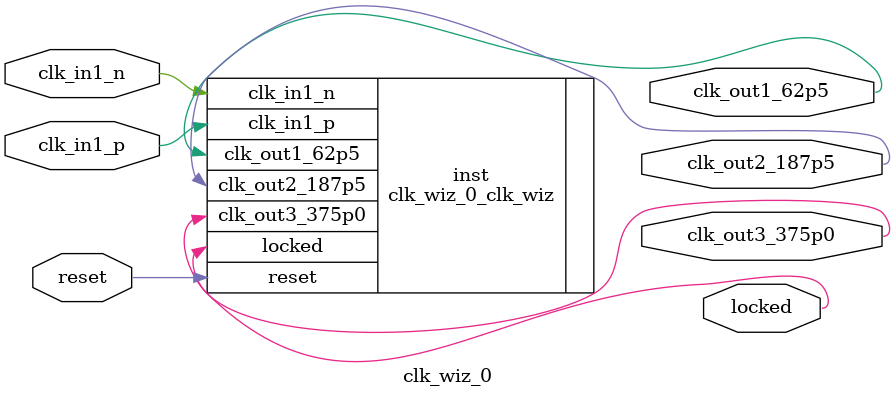
<source format=v>


`timescale 1ps/1ps

(* CORE_GENERATION_INFO = "clk_wiz_0,clk_wiz_v6_0_2_0_0,{component_name=clk_wiz_0,use_phase_alignment=true,use_min_o_jitter=false,use_max_i_jitter=false,use_dyn_phase_shift=false,use_inclk_switchover=false,use_dyn_reconfig=false,enable_axi=0,feedback_source=FDBK_AUTO,PRIMITIVE=MMCM,num_out_clk=3,clkin1_period=2.667,clkin2_period=10.0,use_power_down=false,use_reset=true,use_locked=true,use_inclk_stopped=false,feedback_type=SINGLE,CLOCK_MGR_TYPE=NA,manual_override=false}" *)

module clk_wiz_0 
 (
  // Clock out ports
  output        clk_out1_62p5,
  output        clk_out2_187p5,
  output        clk_out3_375p0,
  // Status and control signals
  input         reset,
  output        locked,
 // Clock in ports
  input         clk_in1_p,
  input         clk_in1_n
 );

  clk_wiz_0_clk_wiz inst
  (
  // Clock out ports  
  .clk_out1_62p5(clk_out1_62p5),
  .clk_out2_187p5(clk_out2_187p5),
  .clk_out3_375p0(clk_out3_375p0),
  // Status and control signals               
  .reset(reset), 
  .locked(locked),
 // Clock in ports
  .clk_in1_p(clk_in1_p),
  .clk_in1_n(clk_in1_n)
  );

endmodule

</source>
